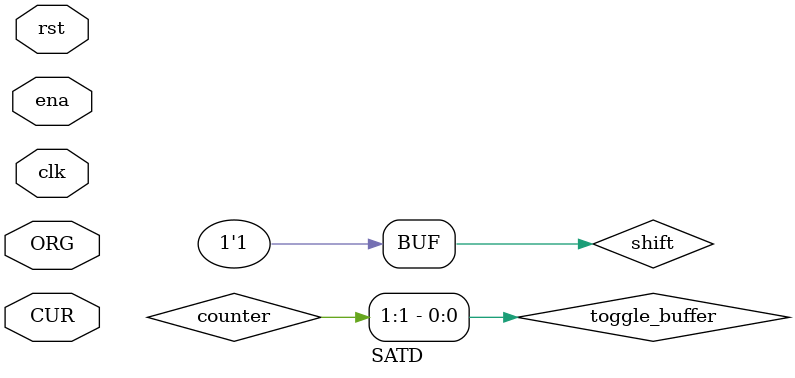
<source format=v>
`timescale 1ns / 1ps


//Part 1: Module Header ---------------------------------------------------------
 module SATD #(parameter LENGTH = 11 , parameter WIDTH = 8, parameter HEIGHT = 16)
   (input clk,
	input rst,
	input ena, 
	input wire [((LENGTH+1)*WIDTH)-1:0] ORG,
    input wire [((LENGTH+1)*WIDTH)-1:0] CUR);
		     
		     
    reg [3:0] counter;
    reg sel_buffer; 
    reg ena_soma;
    wire toggle_buffer; 
    wire shift; 
    wire [LENGTH+11:0] satd;
    
    // wires
    wire signed [LENGTH:0] diff_result_0;
    wire signed [LENGTH:0] diff_result_1;
    wire signed [LENGTH:0] diff_result_2;
    wire signed [LENGTH:0] diff_result_3;
    wire signed [LENGTH:0] diff_result_4;
    wire signed [LENGTH:0] diff_result_5;
    wire signed [LENGTH:0] diff_result_6;
    wire signed [LENGTH:0] diff_result_7;

    wire signed [(LENGTH+3):0] hth_result_0;
    wire signed [(LENGTH+3):0] hth_result_1;
    wire signed [(LENGTH+3):0] hth_result_2;
    wire signed [(LENGTH+3):0] hth_result_3;
    wire signed [(LENGTH+3):0] hth_result_4;
    wire signed [(LENGTH+3):0] hth_result_5;
    wire signed [(LENGTH+3):0] hth_result_6;
    wire signed [(LENGTH+3):0] hth_result_7;

    wire signed [(LENGTH+7):0] htv_result_0;
    wire signed [(LENGTH+7):0] htv_result_1;
    wire signed [(LENGTH+7):0] htv_result_2;
    wire signed [(LENGTH+7):0] htv_result_3;
    wire signed [(LENGTH+7):0] htv_result_4;
    wire signed [(LENGTH+7):0] htv_result_5;
    wire signed [(LENGTH+7):0] htv_result_6;
    wire signed [(LENGTH+7):0] htv_result_7;

    wire signed [(LENGTH+3):0] buffer_result_0;
    wire signed [(LENGTH+3):0] buffer_result_1;
    wire signed [(LENGTH+3):0] buffer_result_2;
    wire signed [(LENGTH+3):0] buffer_result_3;
    wire signed [(LENGTH+3):0] buffer_result_4;
    wire signed [(LENGTH+3):0] buffer_result_5;
    wire signed [(LENGTH+3):0] buffer_result_6;
    wire signed [(LENGTH+3):0] buffer_result_7;
    wire signed [(LENGTH+3):0] buffer_result_8;
    wire signed [(LENGTH+3):0] buffer_result_9;
    wire signed [(LENGTH+3):0] buffer_result_10;
    wire signed [(LENGTH+3):0] buffer_result_11;
    wire signed [(LENGTH+3):0] buffer_result_12;
    wire signed [(LENGTH+3):0] buffer_result_13;
    wire signed [(LENGTH+3):0] buffer_result_14;
    wire signed [(LENGTH+3):0] buffer_result_15;
//                       

    
    
    
    assign shift = 1; 
    
//PORT MAPS
    differences #(
        .LENGTH(LENGTH),
        .WIDTH(WIDTH),
        .HEIGHT(HEIGHT)
    ) diff (
        .clk(clk),
        .ORG(ORG),
        .CUR(CUR),
        .diff_0(diff_result_0),
        .diff_1(diff_result_1),
        .diff_2(diff_result_2),
        .diff_3(diff_result_3),
        .diff_4(diff_result_4),
        .diff_5(diff_result_5),
        .diff_6(diff_result_6),
        .diff_7(diff_result_7)
    );
    
    
    ht_horizontal #(
        .LENGTH(LENGTH),
        .WIDTH(WIDTH),
        .HEIGHT(HEIGHT)
    ) hth (
        .clk(clk),
        .rst(rst),
        .ena(ena),
        .diff_0(diff_result_0),
        .diff_1(diff_result_1),
        .diff_2(diff_result_2),
        .diff_3(diff_result_3),
        .diff_4(diff_result_4),
        .diff_5(diff_result_5),
        .diff_6(diff_result_6),
        .diff_7(diff_result_7),
        .hth_0(hth_result_0),
        .hth_1(hth_result_1),
        .hth_2(hth_result_2),
        .hth_3(hth_result_3),
        .hth_4(hth_result_4),
        .hth_5(hth_result_5),
        .hth_6(hth_result_6),
        .hth_7(hth_result_7)
    );

    buffer #(
        .LENGTH(LENGTH),
        .WIDTH(WIDTH),
        .HEIGHT(HEIGHT)
    ) buffer_inst (
        .clk(clk),
        .rst(rst),
        .ena(ena),
        .sel(sel_buffer),
        .toggle(toggle_buffer),
        .shift(shift),
        .from_hth_0(hth_result_0),
        .from_hth_1(hth_result_1),
        .from_hth_2(hth_result_2),
        .from_hth_3(hth_result_3),
        .from_hth_4(hth_result_4),
        .from_hth_5(hth_result_5),
        .from_hth_6(hth_result_6),
        .from_hth_7(hth_result_7),
        .to_htv_0(buffer_result_0 ),
        .to_htv_1(buffer_result_1 ),
        .to_htv_2(buffer_result_2 ),
        .to_htv_3(buffer_result_3 ),
        .to_htv_4(buffer_result_4 ),
        .to_htv_5(buffer_result_5 ),
        .to_htv_6(buffer_result_6 ),
        .to_htv_7(buffer_result_7 ),
        .to_htv_8(buffer_result_8 ),
        .to_htv_9(buffer_result_9 ),
        .to_htv_10(buffer_result_10),
        .to_htv_11(buffer_result_11),
        .to_htv_12(buffer_result_12),
        .to_htv_13(buffer_result_13),
        .to_htv_14(buffer_result_14),
        .to_htv_15(buffer_result_15)
    );

    ht_vertical #(
        .LENGTH(LENGTH),
        .WIDTH(WIDTH),
        .HEIGHT(HEIGHT)
    ) htv (
        .clk(clk),
        .rst(rst),
        .ena(ena),
        .sel(sel),
        .hth_0(buffer_result_0 ),
        .hth_1(buffer_result_1 ),
        .hth_2(buffer_result_2 ),
        .hth_3(buffer_result_3 ),
        .hth_4(buffer_result_4 ),
        .hth_5(buffer_result_5 ),
        .hth_6(buffer_result_6 ),
        .hth_7(buffer_result_7 ),
        .hth_8(buffer_result_8 ),
        .hth_9(buffer_result_9 ),
        .hth_10(buffer_result_10),
        .hth_11(buffer_result_11),
        .hth_12(buffer_result_12),
        .hth_13(buffer_result_13),
        .hth_14(buffer_result_14),
        .hth_15(buffer_result_15),
        .htv_0(htv_result_0),
        .htv_1(htv_result_1),
        .htv_2(htv_result_2),
        .htv_3(htv_result_3),
        .htv_4(htv_result_4),
        .htv_5(htv_result_5),
        .htv_6(htv_result_6),
        .htv_7(htv_result_7)
    );
    
   
    sum #(
         .LENGTH(LENGTH),
         .WIDTH(WIDTH),
         .HEIGHT(HEIGHT)
     ) sum_inst (
         .clk(clk),
         .rst(rst),
         .ena(ena),
         .soma_ena(ena_soma),
         .diff_0(htv_result_0),
         .diff_1(htv_result_1),
         .diff_2(htv_result_2),
         .diff_3(htv_result_3),
         .diff_4(htv_result_4),
         .diff_5(htv_result_5),
         .diff_6(htv_result_6),
         .diff_7(htv_result_7),
         .satd(satd)
     );

    assign toggle_buffer = counter[1]; 
    always @(posedge clk) begin
        if (ena) begin
            if (rst) begin
                sel_buffer <= 0; 
                counter <= "0000"; 
                ena_soma <= 0; 
            end 
            else begin 
                counter <= counter + 1;
                if (counter == 15) begin
                    counter <= 0;
                    sel_buffer <= ~sel_buffer;
                    if(sel_buffer)
                        ena_soma <= 1;
                end
            end
        end
    end
endmodule

</source>
